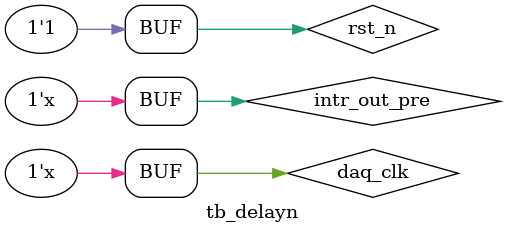
<source format=v>
`timescale  1ns/1ns

module  tb_delayn#(
    parameter   n = 5
);

reg daq_clk;
reg intr_out_pre;
wire intr_out;
reg rst_n;

initial begin
    daq_clk = 0;
    intr_out_pre = 0;
    rst_n = 0;

    #50 rst_n = 1;
end

always #10 daq_clk <= ~daq_clk;
always #100 intr_out_pre <= ~intr_out_pre;

delayn#(.n(n))delayn_inst(.clk(daq_clk), .rst_n(rst_n), .in(intr_out_pre), .out(intr_out));

endmodule
</source>
